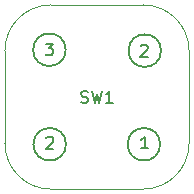
<source format=gbr>
%TF.GenerationSoftware,KiCad,Pcbnew,4.0.5-e0-6337~49~ubuntu16.04.1*%
%TF.CreationDate,2017-01-18T13:46:43-08:00*%
%TF.ProjectId,2x2-Switch-Slide,3278322D5377697463682D536C696465,1.0*%
%TF.FileFunction,Other,Fab,Top*%
%FSLAX46Y46*%
G04 Gerber Fmt 4.6, Leading zero omitted, Abs format (unit mm)*
G04 Created by KiCad (PCBNEW 4.0.5-e0-6337~49~ubuntu16.04.1) date Wed Jan 18 13:46:43 2017*
%MOMM*%
%LPD*%
G01*
G04 APERTURE LIST*
%ADD10C,0.350000*%
%ADD11C,0.200000*%
%ADD12C,0.040640*%
%ADD13C,0.150000*%
G04 APERTURE END LIST*
D10*
D11*
X136754600Y-94208600D02*
G75*
G03X136754600Y-94208600I-1377467J0D01*
G01*
D12*
X143308400Y-90409600D02*
X135508400Y-90409600D01*
X143308400Y-106009600D02*
X135508400Y-106009600D01*
X147208400Y-102109600D02*
X147208400Y-94309600D01*
X131608400Y-102109600D02*
X131608400Y-94309600D01*
X147208400Y-94309600D02*
G75*
G03X143308400Y-90409600I-3900000J0D01*
G01*
X143308400Y-106009600D02*
G75*
G03X147208400Y-102109600I0J3900000D01*
G01*
X131608400Y-102109600D02*
G75*
G03X135508400Y-106009600I3900000J0D01*
G01*
X135508400Y-90409600D02*
G75*
G03X131608400Y-94309600I0J-3900000D01*
G01*
D11*
X144831800Y-94284800D02*
G75*
G03X144831800Y-94284800I-1377467J0D01*
G01*
X136780000Y-102209600D02*
G75*
G03X136780000Y-102209600I-1377467J0D01*
G01*
X144755600Y-102209600D02*
G75*
G03X144755600Y-102209600I-1377467J0D01*
G01*
D13*
X138065067Y-98654362D02*
X138207924Y-98701981D01*
X138446020Y-98701981D01*
X138541258Y-98654362D01*
X138588877Y-98606743D01*
X138636496Y-98511505D01*
X138636496Y-98416267D01*
X138588877Y-98321029D01*
X138541258Y-98273410D01*
X138446020Y-98225790D01*
X138255543Y-98178171D01*
X138160305Y-98130552D01*
X138112686Y-98082933D01*
X138065067Y-97987695D01*
X138065067Y-97892457D01*
X138112686Y-97797219D01*
X138160305Y-97749600D01*
X138255543Y-97701981D01*
X138493639Y-97701981D01*
X138636496Y-97749600D01*
X138969829Y-97701981D02*
X139207924Y-98701981D01*
X139398401Y-97987695D01*
X139588877Y-98701981D01*
X139826972Y-97701981D01*
X140731734Y-98701981D02*
X140160305Y-98701981D01*
X140446019Y-98701981D02*
X140446019Y-97701981D01*
X140350781Y-97844838D01*
X140255543Y-97940076D01*
X140160305Y-97987695D01*
X143720515Y-102560381D02*
X143149086Y-102560381D01*
X143434800Y-102560381D02*
X143434800Y-101560381D01*
X143339562Y-101703238D01*
X143244324Y-101798476D01*
X143149086Y-101846095D01*
X135122686Y-101681019D02*
X135170305Y-101633400D01*
X135265543Y-101585781D01*
X135503639Y-101585781D01*
X135598877Y-101633400D01*
X135646496Y-101681019D01*
X135694115Y-101776257D01*
X135694115Y-101871495D01*
X135646496Y-102014352D01*
X135075067Y-102585781D01*
X135694115Y-102585781D01*
X135049667Y-93686381D02*
X135668715Y-93686381D01*
X135335381Y-94067333D01*
X135478239Y-94067333D01*
X135573477Y-94114952D01*
X135621096Y-94162571D01*
X135668715Y-94257810D01*
X135668715Y-94495905D01*
X135621096Y-94591143D01*
X135573477Y-94638762D01*
X135478239Y-94686381D01*
X135192524Y-94686381D01*
X135097286Y-94638762D01*
X135049667Y-94591143D01*
X143123686Y-93883219D02*
X143171305Y-93835600D01*
X143266543Y-93787981D01*
X143504639Y-93787981D01*
X143599877Y-93835600D01*
X143647496Y-93883219D01*
X143695115Y-93978457D01*
X143695115Y-94073695D01*
X143647496Y-94216552D01*
X143076067Y-94787981D01*
X143695115Y-94787981D01*
M02*

</source>
